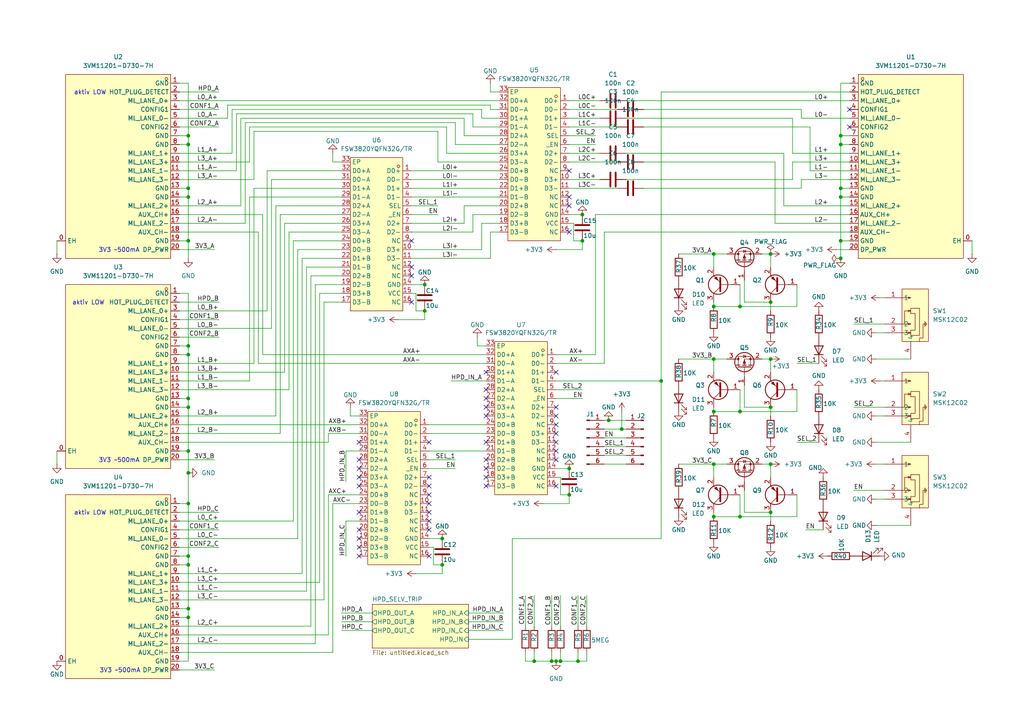
<source format=kicad_sch>
(kicad_sch (version 20250114) (generator "eeschema") (generator_version "9.0")
  (paper "A4")
  (text "aktiv LOW" (at 26.162 148.844 0) (effects (font (size 1.27 1.27))))
  (text "3V3 ~500mA" (at 34.544 72.644 0) (effects (font (size 1.27 1.27))))
  (text "aktiv LOW" (at 25.654 87.884 0) (effects (font (size 1.27 1.27))))
  (text "3V3 ~500mA" (at 34.544 133.604 0) (effects (font (size 1.27 1.27))))
  (text "aktiv LOW" (at 26.162 26.924 0) (effects (font (size 1.27 1.27))))
  (text "3V3 ~500mA" (at 34.798 194.564 0) (effects (font (size 1.27 1.27))))
  (junction (at 243.84 54.61))
  (junction (at 223.52 148.59))
  (junction (at 54.61 41.91))
  (junction (at 223.52 104.14))
  (junction (at 54.61 54.61))
  (junction (at 214.63 149.86))
  (junction (at 54.61 115.57))
  (junction (at 54.61 39.37))
  (junction (at 223.52 73.66))
  (junction (at 165.1 135.89))
  (junction (at 243.84 69.85))
  (junction (at 54.61 100.33))
  (junction (at 243.84 57.15))
  (junction (at 54.61 137.16))
  (junction (at 54.61 179.07))
  (junction (at 168.91 62.23))
  (junction (at 154.94 191.77))
  (junction (at 214.63 88.9))
  (junction (at 54.61 57.15))
  (junction (at 54.61 161.29))
  (junction (at 207.01 104.14))
  (junction (at 123.19 90.17))
  (junction (at 167.64 191.77))
  (junction (at 191.77 110.49))
  (junction (at 54.61 102.87))
  (junction (at 168.91 69.85))
  (junction (at 54.61 69.85))
  (junction (at 161.29 191.77))
  (junction (at 165.1 143.51))
  (junction (at 54.61 176.53))
  (junction (at 162.56 191.77))
  (junction (at 180.34 124.46))
  (junction (at 243.84 74.93))
  (junction (at 243.84 39.37))
  (junction (at 207.01 119.38))
  (junction (at 207.01 73.66))
  (junction (at 207.01 134.62))
  (junction (at 243.84 41.91))
  (junction (at 54.61 146.05))
  (junction (at 160.02 191.77))
  (junction (at 128.27 156.21))
  (junction (at 223.52 134.62))
  (junction (at 223.52 118.11))
  (junction (at 128.27 163.83))
  (junction (at 214.63 119.38))
  (junction (at 54.61 163.83))
  (junction (at 54.61 118.11))
  (junction (at 223.52 87.63))
  (junction (at 123.19 82.55))
  (junction (at 207.01 88.9))
  (junction (at 207.01 149.86))
  (junction (at 54.61 130.81))
  (junction (at 176.53 121.92))
  (no_connect (at 161.29 133.35))
  (no_connect (at 104.14 153.67))
  (no_connect (at 165.1 67.31))
  (no_connect (at 119.38 87.63))
  (no_connect (at 124.46 161.29))
  (no_connect (at 161.29 130.81))
  (no_connect (at 124.46 138.43))
  (no_connect (at 161.29 128.27))
  (no_connect (at 140.97 140.97))
  (no_connect (at 104.14 161.29))
  (no_connect (at 104.14 140.97))
  (no_connect (at 165.1 49.53))
  (no_connect (at 104.14 156.21))
  (no_connect (at 124.46 151.13))
  (no_connect (at 119.38 77.47))
  (no_connect (at 140.97 133.35))
  (no_connect (at 165.1 59.69))
  (no_connect (at 124.46 128.27))
  (no_connect (at 161.29 123.19))
  (no_connect (at 140.97 138.43))
  (no_connect (at 140.97 120.65))
  (no_connect (at 124.46 143.51))
  (no_connect (at 246.38 36.83))
  (no_connect (at 104.14 158.75))
  (no_connect (at 119.38 80.01))
  (no_connect (at 124.46 146.05))
  (no_connect (at 161.29 125.73))
  (no_connect (at 161.29 107.95))
  (no_connect (at 104.14 148.59))
  (no_connect (at 104.14 128.27))
  (no_connect (at 124.46 148.59))
  (no_connect (at 140.97 115.57))
  (no_connect (at 246.38 31.75))
  (no_connect (at 104.14 135.89))
  (no_connect (at 161.29 118.11))
  (no_connect (at 104.14 133.35))
  (no_connect (at 124.46 153.67))
  (no_connect (at 124.46 140.97))
  (no_connect (at 161.29 120.65))
  (no_connect (at 140.97 113.03))
  (no_connect (at 119.38 69.85))
  (no_connect (at 140.97 118.11))
  (no_connect (at 140.97 128.27))
  (no_connect (at 161.29 140.97))
  (no_connect (at 140.97 107.95))
  (no_connect (at 104.14 138.43))
  (no_connect (at 165.1 57.15))
  (no_connect (at 140.97 135.89))
  (wire (pts (xy 166.37 69.85) (xy 166.37 64.77)))
  (wire (pts (xy 220.98 73.66) (xy 223.52 73.66)))
  (wire (pts (xy 128.27 163.83) (xy 125.73 163.83)))
  (wire (pts (xy 139.7 34.29) (xy 144.78 34.29)))
  (wire (pts (xy 76.2 102.87) (xy 76.2 62.23)))
  (wire (pts (xy 129.54 36.83) (xy 72.39 36.83)))
  (wire (pts (xy 168.91 69.85) (xy 166.37 69.85)))
  (wire (pts (xy 52.07 72.39) (xy 62.23 72.39)))
  (wire (pts (xy 82.55 107.95) (xy 82.55 64.77)))
  (wire (pts (xy 134.62 39.37) (xy 144.78 39.37)))
  (wire (pts (xy 52.07 41.91) (xy 54.61 41.91)))
  (wire (pts (xy 100.33 139.7) (xy 100.33 130.81)))
  (wire (pts (xy 52.07 59.69) (xy 69.85 59.69)))
  (wire (pts (xy 142.24 26.67) (xy 142.24 24.13)))
  (wire (pts (xy 54.61 100.33) (xy 54.61 102.87)))
  (wire (pts (xy 160.02 191.77) (xy 161.29 191.77)))
  (wire (pts (xy 52.07 36.83) (xy 63.5 36.83)))
  (wire (pts (xy 161.29 191.77) (xy 162.56 191.77)))
  (wire (pts (xy 99.06 87.63) (xy 93.98 87.63)))
  (wire (pts (xy 124.46 123.19) (xy 140.97 123.19)))
  (wire (pts (xy 119.38 82.55) (xy 123.19 82.55)))
  (wire (pts (xy 186.69 36.83) (xy 234.95 36.83)))
  (wire (pts (xy 67.31 31.75) (xy 139.7 31.75)))
  (wire (pts (xy 165.1 46.99) (xy 179.07 46.99)))
  (wire (pts (xy 101.6 120.65) (xy 101.6 118.11)))
  (wire (pts (xy 154.94 189.23) (xy 154.94 191.77)))
  (wire (pts (xy 52.07 64.77) (xy 71.12 64.77)))
  (wire (pts (xy 232.41 34.29) (xy 246.38 34.29)))
  (wire (pts (xy 134.62 59.69) (xy 144.78 59.69)))
  (wire (pts (xy 52.07 151.13) (xy 85.09 151.13)))
  (wire (pts (xy 243.84 54.61) (xy 246.38 54.61)))
  (wire (pts (xy 72.39 57.15) (xy 99.06 57.15)))
  (wire (pts (xy 52.07 69.85) (xy 54.61 69.85)))
  (wire (pts (xy 100.33 130.81) (xy 104.14 130.81)))
  (wire (pts (xy 120.65 85.09) (xy 119.38 85.09)))
  (wire (pts (xy 72.39 110.49) (xy 72.39 57.15)))
  (wire (pts (xy 162.56 143.51) (xy 162.56 138.43)))
  (wire (pts (xy 243.84 57.15) (xy 243.84 69.85)))
  (wire (pts (xy 243.84 39.37) (xy 243.84 41.91)))
  (wire (pts (xy 142.24 74.93) (xy 142.24 67.31)))
  (wire (pts (xy 52.07 118.11) (xy 54.61 118.11)))
  (wire (pts (xy 207.01 104.14) (xy 210.82 104.14)))
  (wire (pts (xy 165.1 29.21) (xy 173.99 29.21)))
  (wire (pts (xy 52.07 176.53) (xy 54.61 176.53)))
  (wire (pts (xy 214.63 119.38) (xy 231.14 119.38)))
  (wire (pts (xy 52.07 168.91) (xy 92.71 168.91)))
  (wire (pts (xy 99.06 182.88) (xy 107.95 182.88)))
  (wire (pts (xy 243.84 69.85) (xy 246.38 69.85)))
  (wire (pts (xy 144.78 44.45) (xy 129.54 44.45)))
  (wire (pts (xy 138.43 100.33) (xy 138.43 97.79)))
  (wire (pts (xy 82.55 64.77) (xy 99.06 64.77)))
  (wire (pts (xy 73.66 54.61) (xy 99.06 54.61)))
  (wire (pts (xy 167.64 191.77) (xy 170.18 191.77)))
  (wire (pts (xy 52.07 130.81) (xy 54.61 130.81)))
  (wire (pts (xy 223.52 87.63) (xy 215.9 87.63)))
  (wire (pts (xy 92.71 168.91) (xy 92.71 85.09)))
  (wire (pts (xy 223.52 118.11) (xy 223.52 120.65)))
  (wire (pts (xy 52.07 52.07) (xy 73.66 52.07)))
  (wire (pts (xy 223.52 138.43) (xy 223.52 134.62)))
  (wire (pts (xy 139.7 64.77) (xy 144.78 64.77)))
  (wire (pts (xy 154.94 191.77) (xy 160.02 191.77)))
  (wire (pts (xy 96.52 146.05) (xy 104.14 146.05)))
  (wire (pts (xy 154.94 172.72) (xy 154.94 181.61)))
  (wire (pts (xy 144.78 36.83) (xy 137.16 36.83)))
  (wire (pts (xy 196.85 73.66) (xy 207.01 73.66)))
  (wire (pts (xy 165.1 34.29) (xy 173.99 34.29)))
  (wire (pts (xy 246.38 24.13) (xy 243.84 24.13)))
  (wire (pts (xy 243.84 24.13) (xy 243.84 39.37)))
  (wire (pts (xy 223.52 87.63) (xy 223.52 90.17)))
  (wire (pts (xy 124.46 130.81) (xy 140.97 130.81)))
  (wire (pts (xy 85.09 69.85) (xy 99.06 69.85)))
  (wire (pts (xy 120.65 90.17) (xy 120.65 85.09)))
  (wire (pts (xy 52.07 110.49) (xy 72.39 110.49)))
  (wire (pts (xy 52.07 24.13) (xy 54.61 24.13)))
  (wire (pts (xy 144.78 26.67) (xy 142.24 26.67)))
  (wire (pts (xy 52.07 166.37) (xy 87.63 166.37)))
  (wire (pts (xy 52.07 92.71) (xy 63.5 92.71)))
  (wire (pts (xy 52.07 123.19) (xy 104.14 123.19)))
  (wire (pts (xy 124.46 125.73) (xy 140.97 125.73)))
  (wire (pts (xy 54.61 161.29) (xy 54.61 163.83)))
  (wire (pts (xy 119.38 64.77) (xy 134.62 64.77)))
  (wire (pts (xy 223.52 148.59) (xy 215.9 148.59)))
  (wire (pts (xy 175.26 127) (xy 181.61 127)))
  (wire (pts (xy 52.07 100.33) (xy 54.61 100.33)))
  (wire (pts (xy 87.63 166.37) (xy 87.63 74.93)))
  (wire (pts (xy 52.07 29.21) (xy 144.78 29.21)))
  (wire (pts (xy 175.26 134.62) (xy 181.61 134.62)))
  (wire (pts (xy 132.08 35.56) (xy 71.12 35.56)))
  (wire (pts (xy 207.01 134.62) (xy 210.82 134.62)))
  (wire (pts (xy 152.4 172.72) (xy 152.4 181.61)))
  (wire (pts (xy 127 38.1) (xy 127 46.99)))
  (wire (pts (xy 95.25 143.51) (xy 104.14 143.51)))
  (wire (pts (xy 54.61 137.16) (xy 54.61 146.05)))
  (wire (pts (xy 52.07 115.57) (xy 54.61 115.57)))
  (wire (pts (xy 68.58 49.53) (xy 52.07 49.53)))
  (wire (pts (xy 160.02 189.23) (xy 160.02 191.77)))
  (wire (pts (xy 142.24 67.31) (xy 144.78 67.31)))
  (wire (pts (xy 54.61 57.15) (xy 54.61 69.85)))
  (wire (pts (xy 229.87 34.29) (xy 229.87 44.45)))
  (wire (pts (xy 223.52 118.11) (xy 215.9 118.11)))
  (wire (pts (xy 152.4 189.23) (xy 152.4 191.77)))
  (wire (pts (xy 214.63 113.03) (xy 214.63 119.38)))
  (wire (pts (xy 168.91 115.57) (xy 161.29 115.57)))
  (wire (pts (xy 207.01 88.9) (xy 207.01 87.63)))
  (wire (pts (xy 130.81 110.49) (xy 140.97 110.49)))
  (wire (pts (xy 229.87 44.45) (xy 246.38 44.45)))
  (wire (pts (xy 167.64 189.23) (xy 167.64 191.77)))
  (wire (pts (xy 214.63 82.55) (xy 214.63 88.9)))
  (wire (pts (xy 180.34 124.46) (xy 181.61 124.46)))
  (wire (pts (xy 234.95 36.83) (xy 234.95 49.53)))
  (wire (pts (xy 124.46 156.21) (xy 128.27 156.21)))
  (wire (pts (xy 224.79 64.77) (xy 224.79 46.99)))
  (wire (pts (xy 66.04 34.29) (xy 66.04 30.48)))
  (wire (pts (xy 93.98 173.99) (xy 52.07 173.99)))
  (wire (pts (xy 52.07 67.31) (xy 74.93 67.31)))
  (wire (pts (xy 247.65 142.24) (xy 256.54 142.24)))
  (wire (pts (xy 139.7 72.39) (xy 139.7 64.77)))
  (wire (pts (xy 119.38 52.07) (xy 144.78 52.07)))
  (wire (pts (xy 181.61 52.07) (xy 229.87 52.07)))
  (wire (pts (xy 165.1 44.45) (xy 173.99 44.45)))
  (wire (pts (xy 232.41 31.75) (xy 232.41 34.29)))
  (wire (pts (xy 170.18 191.77) (xy 170.18 189.23)))
  (wire (pts (xy 214.63 149.86) (xy 231.14 149.86)))
  (wire (pts (xy 120.65 166.37) (xy 128.27 166.37)))
  (wire (pts (xy 157.48 146.05) (xy 165.1 146.05)))
  (wire (pts (xy 54.61 130.81) (xy 54.61 137.16)))
  (wire (pts (xy 80.01 120.65) (xy 80.01 59.69)))
  (wire (pts (xy 52.07 194.31) (xy 62.23 194.31)))
  (wire (pts (xy 86.36 72.39) (xy 86.36 156.21)))
  (wire (pts (xy 181.61 34.29) (xy 229.87 34.29)))
  (wire (pts (xy 181.61 29.21) (xy 246.38 29.21)))
  (wire (pts (xy 243.84 41.91) (xy 246.38 41.91)))
  (wire (pts (xy 72.39 46.99) (xy 52.07 46.99)))
  (wire (pts (xy 168.91 113.03) (xy 161.29 113.03)))
  (wire (pts (xy 119.38 54.61) (xy 144.78 54.61)))
  (wire (pts (xy 246.38 26.67) (xy 191.77 26.67)))
  (wire (pts (xy 231.14 143.51) (xy 231.14 149.86)))
  (wire (pts (xy 95.25 184.15) (xy 95.25 143.51)))
  (wire (pts (xy 207.01 77.47) (xy 207.01 73.66)))
  (wire (pts (xy 90.17 181.61) (xy 90.17 80.01)))
  (wire (pts (xy 207.01 138.43) (xy 207.01 134.62)))
  (wire (pts (xy 170.18 172.72) (xy 170.18 181.61)))
  (wire (pts (xy 140.97 102.87) (xy 76.2 102.87)))
  (wire (pts (xy 73.66 52.07) (xy 73.66 38.1)))
  (wire (pts (xy 52.07 158.75) (xy 63.5 158.75)))
  (wire (pts (xy 132.08 41.91) (xy 132.08 35.56)))
  (wire (pts (xy 54.61 115.57) (xy 54.61 118.11)))
  (wire (pts (xy 52.07 105.41) (xy 73.66 105.41)))
  (wire (pts (xy 83.82 113.03) (xy 83.82 67.31)))
  (wire (pts (xy 186.69 54.61) (xy 232.41 54.61)))
  (wire (pts (xy 52.07 189.23) (xy 96.52 189.23)))
  (wire (pts (xy 140.97 100.33) (xy 138.43 100.33)))
  (wire (pts (xy 119.38 74.93) (xy 142.24 74.93)))
  (wire (pts (xy 85.09 151.13) (xy 85.09 69.85)))
  (wire (pts (xy 54.61 69.85) (xy 54.61 74.93)))
  (wire (pts (xy 52.07 191.77) (xy 54.61 191.77)))
  (wire (pts (xy 124.46 133.35) (xy 132.08 133.35)))
  (wire (pts (xy 99.06 177.8) (xy 107.95 177.8)))
  (wire (pts (xy 233.68 153.67) (xy 238.76 153.67)))
  (wire (pts (xy 144.78 41.91) (xy 132.08 41.91)))
  (wire (pts (xy 246.38 62.23) (xy 172.72 62.23)))
  (wire (pts (xy 52.07 90.17) (xy 77.47 90.17)))
  (wire (pts (xy 129.54 44.45) (xy 129.54 36.83)))
  (wire (pts (xy 127 46.99) (xy 144.78 46.99)))
  (wire (pts (xy 254 104.14) (xy 264.16 104.14)))
  (wire (pts (xy 54.61 176.53) (xy 54.61 179.07)))
  (wire (pts (xy 66.04 30.48) (xy 142.24 30.48)))
  (wire (pts (xy 243.84 54.61) (xy 243.84 57.15)))
  (wire (pts (xy 54.61 163.83) (xy 54.61 176.53)))
  (wire (pts (xy 71.12 35.56) (xy 71.12 64.77)))
  (wire (pts (xy 52.07 97.79) (xy 63.5 97.79)))
  (wire (pts (xy 162.56 138.43) (xy 161.29 138.43)))
  (wire (pts (xy 231.14 82.55) (xy 231.14 88.9)))
  (wire (pts (xy 281.94 73.66) (xy 281.94 69.85)))
  (wire (pts (xy 215.9 87.63) (xy 215.9 81.28)))
  (wire (pts (xy 87.63 74.93) (xy 99.06 74.93)))
  (wire (pts (xy 172.72 39.37) (xy 165.1 39.37)))
  (wire (pts (xy 231.14 113.03) (xy 231.14 119.38)))
  (wire (pts (xy 95.25 128.27) (xy 95.25 125.73)))
  (wire (pts (xy 148.59 156.21) (xy 191.77 156.21)))
  (wire (pts (xy 91.44 82.55) (xy 91.44 186.69)))
  (wire (pts (xy 254 128.27) (xy 264.16 128.27)))
  (wire (pts (xy 152.4 191.77) (xy 154.94 191.77)))
  (wire (pts (xy 92.71 85.09) (xy 99.06 85.09)))
  (wire (pts (xy 165.1 36.83) (xy 179.07 36.83)))
  (wire (pts (xy 52.07 120.65) (xy 80.01 120.65)))
  (wire (pts (xy 175.26 105.41) (xy 175.26 67.31)))
  (wire (pts (xy 207.01 107.95) (xy 207.01 104.14)))
  (wire (pts (xy 96.52 189.23) (xy 96.52 146.05)))
  (wire (pts (xy 52.07 184.15) (xy 95.25 184.15)))
  (wire (pts (xy 67.31 31.75) (xy 67.31 44.45)))
  (wire (pts (xy 72.39 36.83) (xy 72.39 46.99)))
  (wire (pts (xy 52.07 34.29) (xy 66.04 34.29)))
  (wire (pts (xy 86.36 156.21) (xy 52.07 156.21)))
  (wire (pts (xy 77.47 90.17) (xy 77.47 49.53)))
  (wire (pts (xy 135.89 185.42) (xy 148.59 185.42)))
  (wire (pts (xy 255.27 86.36) (xy 256.54 86.36)))
  (wire (pts (xy 175.26 129.54) (xy 181.61 129.54)))
  (wire (pts (xy 234.95 49.53) (xy 246.38 49.53)))
  (wire (pts (xy 127 62.23) (xy 119.38 62.23)))
  (wire (pts (xy 186.69 46.99) (xy 224.79 46.99)))
  (wire (pts (xy 125.73 163.83) (xy 125.73 158.75)))
  (wire (pts (xy 104.14 151.13) (xy 100.33 151.13)))
  (wire (pts (xy 95.25 125.73) (xy 104.14 125.73)))
  (wire (pts (xy 254 120.65) (xy 256.54 120.65)))
  (wire (pts (xy 207.01 119.38) (xy 207.01 118.11)))
  (wire (pts (xy 165.1 54.61) (xy 179.07 54.61)))
  (wire (pts (xy 214.63 88.9) (xy 231.14 88.9)))
  (wire (pts (xy 52.07 161.29) (xy 54.61 161.29)))
  (wire (pts (xy 52.07 87.63) (xy 63.5 87.63)))
  (wire (pts (xy 78.74 95.25) (xy 78.74 52.07)))
  (wire (pts (xy 93.98 87.63) (xy 93.98 173.99)))
  (wire (pts (xy 134.62 34.29) (xy 134.62 39.37)))
  (wire (pts (xy 254 96.52) (xy 256.54 96.52)))
  (wire (pts (xy 52.07 26.67) (xy 63.5 26.67)))
  (wire (pts (xy 137.16 67.31) (xy 137.16 62.23)))
  (wire (pts (xy 76.2 62.23) (xy 52.07 62.23)))
  (wire (pts (xy 162.56 191.77) (xy 167.64 191.77)))
  (wire (pts (xy 119.38 59.69) (xy 127 59.69)))
  (wire (pts (xy 232.41 52.07) (xy 246.38 52.07)))
  (wire (pts (xy 96.52 46.99) (xy 96.52 44.45)))
  (wire (pts (xy 214.63 143.51) (xy 214.63 149.86)))
  (wire (pts (xy 119.38 72.39) (xy 139.7 72.39)))
  (wire (pts (xy 242.57 72.39) (xy 246.38 72.39)))
  (wire (pts (xy 54.61 54.61) (xy 54.61 57.15)))
  (wire (pts (xy 100.33 151.13) (xy 100.33 161.29)))
  (wire (pts (xy 172.72 41.91) (xy 165.1 41.91)))
  (wire (pts (xy 52.07 54.61) (xy 54.61 54.61)))
  (wire (pts (xy 54.61 41.91) (xy 54.61 54.61)))
  (wire (pts (xy 165.1 52.07) (xy 173.99 52.07)))
  (wire (pts (xy 52.07 102.87) (xy 54.61 102.87)))
  (wire (pts (xy 134.62 64.77) (xy 134.62 59.69)))
  (wire (pts (xy 166.37 64.77) (xy 165.1 64.77)))
  (wire (pts (xy 223.52 148.59) (xy 223.52 151.13)))
  (wire (pts (xy 207.01 119.38) (xy 214.63 119.38)))
  (wire (pts (xy 54.61 118.11) (xy 54.61 130.81)))
  (wire (pts (xy 243.84 69.85) (xy 243.84 74.93)))
  (wire (pts (xy 99.06 77.47) (xy 88.9 77.47)))
  (wire (pts (xy 175.26 132.08) (xy 181.61 132.08)))
  (wire (pts (xy 52.07 95.25) (xy 78.74 95.25)))
  (wire (pts (xy 162.56 172.72) (xy 162.56 181.61)))
  (wire (pts (xy 255.27 110.49) (xy 256.54 110.49)))
  (wire (pts (xy 115.57 92.71) (xy 123.19 92.71)))
  (wire (pts (xy 232.41 54.61) (xy 232.41 52.07)))
  (wire (pts (xy 137.16 33.02) (xy 68.58 33.02)))
  (wire (pts (xy 52.07 31.75) (xy 63.5 31.75)))
  (wire (pts (xy 231.14 128.27) (xy 237.49 128.27)))
  (wire (pts (xy 52.07 44.45) (xy 67.31 44.45)))
  (wire (pts (xy 68.58 33.02) (xy 68.58 49.53)))
  (wire (pts (xy 229.87 46.99) (xy 246.38 46.99)))
  (wire (pts (xy 246.38 57.15) (xy 243.84 57.15)))
  (wire (pts (xy 123.19 90.17) (xy 120.65 90.17)))
  (wire (pts (xy 52.07 125.73) (xy 81.28 125.73)))
  (wire (pts (xy 142.24 30.48) (xy 142.24 31.75)))
  (wire (pts (xy 165.1 62.23) (xy 168.91 62.23)))
  (wire (pts (xy 207.01 149.86) (xy 214.63 149.86)))
  (wire (pts (xy 135.89 180.34) (xy 146.05 180.34)))
  (wire (pts (xy 91.44 186.69) (xy 52.07 186.69)))
  (wire (pts (xy 125.73 158.75) (xy 124.46 158.75)))
  (wire (pts (xy 52.07 153.67) (xy 63.5 153.67)))
  (wire (pts (xy 52.07 179.07) (xy 54.61 179.07)))
  (wire (pts (xy 74.93 67.31) (xy 74.93 105.41)))
  (wire (pts (xy 128.27 166.37) (xy 128.27 163.83)))
  (wire (pts (xy 52.07 163.83) (xy 54.61 163.83)))
  (wire (pts (xy 73.66 38.1) (xy 127 38.1)))
  (wire (pts (xy 16.51 73.66) (xy 16.51 69.85)))
  (wire (pts (xy 119.38 67.31) (xy 137.16 67.31)))
  (wire (pts (xy 165.1 143.51) (xy 162.56 143.51)))
  (wire (pts (xy 172.72 62.23) (xy 172.72 102.87)))
  (wire (pts (xy 231.14 105.41) (xy 237.49 105.41)))
  (wire (pts (xy 54.61 179.07) (xy 54.61 191.77)))
  (wire (pts (xy 137.16 62.23) (xy 144.78 62.23)))
  (wire (pts (xy 207.01 73.66) (xy 210.82 73.66)))
  (wire (pts (xy 161.29 105.41) (xy 175.26 105.41)))
  (wire (pts (xy 74.93 105.41) (xy 140.97 105.41)))
  (wire (pts (xy 90.17 80.01) (xy 99.06 80.01)))
  (wire (pts (xy 135.89 182.88) (xy 146.05 182.88)))
  (wire (pts (xy 229.87 52.07) (xy 229.87 46.99)))
  (wire (pts (xy 186.69 31.75) (xy 232.41 31.75)))
  (wire (pts (xy 168.91 72.39) (xy 168.91 69.85)))
  (wire (pts (xy 175.26 121.92) (xy 176.53 121.92)))
  (wire (pts (xy 144.78 31.75) (xy 142.24 31.75)))
  (wire (pts (xy 191.77 26.67) (xy 191.77 110.49)))
  (wire (pts (xy 165.1 146.05) (xy 165.1 143.51)))
  (wire (pts (xy 254 134.62) (xy 256.54 134.62)))
  (wire (pts (xy 162.56 189.23) (xy 162.56 191.77)))
  (wire (pts (xy 175.26 67.31) (xy 246.38 67.31)))
  (wire (pts (xy 88.9 171.45) (xy 52.07 171.45)))
  (wire (pts (xy 54.61 85.09) (xy 54.61 100.33)))
  (wire (pts (xy 191.77 110.49) (xy 161.29 110.49)))
  (wire (pts (xy 54.61 24.13) (xy 54.61 39.37)))
  (wire (pts (xy 52.07 128.27) (xy 95.25 128.27)))
  (wire (pts (xy 191.77 156.21) (xy 191.77 110.49)))
  (wire (pts (xy 99.06 72.39) (xy 86.36 72.39)))
  (wire (pts (xy 52.07 146.05) (xy 54.61 146.05)))
  (wire (pts (xy 16.51 134.62) (xy 16.51 130.81)))
  (wire (pts (xy 77.47 49.53) (xy 99.06 49.53)))
  (wire (pts (xy 99.06 82.55) (xy 91.44 82.55)))
  (wire (pts (xy 54.61 146.05) (xy 54.61 161.29)))
  (wire (pts (xy 135.89 177.8) (xy 146.05 177.8)))
  (wire (pts (xy 223.52 107.95) (xy 223.52 104.14)))
  (wire (pts (xy 119.38 49.53) (xy 144.78 49.53)))
  (wire (pts (xy 167.64 172.72) (xy 167.64 181.61)))
  (wire (pts (xy 215.9 118.11) (xy 215.9 111.76)))
  (wire (pts (xy 247.65 118.11) (xy 256.54 118.11)))
  (wire (pts (xy 69.85 34.29) (xy 134.62 34.29)))
  (wire (pts (xy 54.61 102.87) (xy 54.61 115.57)))
  (wire (pts (xy 196.85 104.14) (xy 207.01 104.14)))
  (wire (pts (xy 52.07 113.03) (xy 83.82 113.03)))
  (wire (pts (xy 223.52 77.47) (xy 223.52 73.66)))
  (wire (pts (xy 243.84 41.91) (xy 243.84 54.61)))
  (wire (pts (xy 78.74 52.07) (xy 99.06 52.07)))
  (wire (pts (xy 104.14 120.65) (xy 101.6 120.65)))
  (wire (pts (xy 181.61 44.45) (xy 227.33 44.45)))
  (wire (pts (xy 80.01 59.69) (xy 99.06 59.69)))
  (wire (pts (xy 139.7 31.75) (xy 139.7 34.29)))
  (wire (pts (xy 119.38 57.15) (xy 144.78 57.15)))
  (wire (pts (xy 99.06 46.99) (xy 96.52 46.99)))
  (wire (pts (xy 161.29 102.87) (xy 172.72 102.87)))
  (wire (pts (xy 148.59 185.42) (xy 148.59 156.21)))
  (wire (pts (xy 227.33 59.69) (xy 246.38 59.69)))
  (wire (pts (xy 52.07 133.35) (xy 62.23 133.35)))
  (wire (pts (xy 123.19 92.71) (xy 123.19 90.17)))
  (wire (pts (xy 180.34 119.38) (xy 180.34 124.46)))
  (wire (pts (xy 246.38 64.77) (xy 224.79 64.77)))
  (wire (pts (xy 254 152.4) (xy 264.16 152.4)))
  (wire (pts (xy 220.98 104.14) (xy 223.52 104.14)))
  (wire (pts (xy 73.66 105.41) (xy 73.66 54.61)))
  (wire (pts (xy 207.01 149.86) (xy 207.01 148.59)))
  (wire (pts (xy 52.07 85.09) (xy 54.61 85.09)))
  (wire (pts (xy 83.82 67.31) (xy 99.06 67.31)))
  (wire (pts (xy 176.53 121.92) (xy 181.61 121.92)))
  (wire (pts (xy 69.85 34.29) (xy 69.85 59.69)))
  (wire (pts (xy 137.16 36.83) (xy 137.16 33.02)))
  (wire (pts (xy 175.26 124.46) (xy 180.34 124.46)))
  (wire (pts (xy 132.08 135.89) (xy 124.46 135.89)))
  (wire (pts (xy 81.28 62.23) (xy 81.28 125.73)))
  (wire (pts (xy 227.33 44.45) (xy 227.33 59.69)))
  (wire (pts (xy 220.98 134.62) (xy 223.52 134.62)))
  (wire (pts (xy 52.07 148.59) (xy 63.5 148.59)))
  (wire (pts (xy 207.01 88.9) (xy 214.63 88.9)))
  (wire (pts (xy 52.07 57.15) (xy 54.61 57.15)))
  (wire (pts (xy 254 144.78) (xy 256.54 144.78)))
  (wire (pts (xy 196.85 134.62) (xy 207.01 134.62)))
  (wire (pts (xy 247.65 93.98) (xy 256.54 93.98)))
  (wire (pts (xy 160.02 172.72) (xy 160.02 181.61)))
  (wire (pts (xy 52.07 107.95) (xy 82.55 107.95)))
  (wire (pts (xy 52.07 181.61) (xy 90.17 181.61)))
  (wire (pts (xy 52.07 39.37) (xy 54.61 39.37)))
  (wire (pts (xy 88.9 77.47) (xy 88.9 171.45)))
  (wire (pts (xy 161.29 72.39) (xy 168.91 72.39)))
  (wire (pts (xy 165.1 31.75) (xy 179.07 31.75)))
  (wire (pts (xy 99.06 180.34) (xy 107.95 180.34)))
  (wire (pts (xy 243.84 39.37) (xy 246.38 39.37)))
  (wire (pts (xy 161.29 135.89) (xy 165.1 135.89)))
  (wire (pts (xy 54.61 39.37) (xy 54.61 41.91)))
  (wire (pts (xy 215.9 148.59) (xy 215.9 142.24)))
  (wire (pts (xy 99.06 62.23) (xy 81.28 62.23)))
  (label "CONF2_B" (at 63.5 97.79 180))
  (label "L2_B+" (at 57.15 120.65 0))
  (label "CONF1_B" (at 63.5 92.71 180))
  (label "L1-" (at 236.22 49.53 0))
  (label "EN" (at 132.08 135.89 180))
  (label "AXB+" (at 95.25 123.19 0))
  (label "AX+" (at 165.1 102.87 0))
  (label "L3C-" (at 167.64 54.61 0))
  (label "3V3_C" (at 200.66 134.62 0))
  (label "SEL_1" (at 175.26 129.54 0))
  (label "L1I-" (at 128.27 57.15 0))
  (label "L3I+" (at 128.27 72.39 0))
  (label "AXC+" (at 95.25 143.51 0))
  (label "HPD_A" (at 99.06 177.8 0))
  (label "L1_B+" (at 57.15 105.41 0))
  (label "L3_C+" (at 57.15 168.91 0))
  (label "SEL_2" (at 175.26 132.08 0))
  (label "L3_A-" (at 57.15 52.07 0))
  (label "L3_C-" (at 57.15 173.99 0))
  (label "CONF2_A" (at 63.5 36.83 180))
  (label "L0C+" (at 167.64 29.21 0))
  (label "L2_A+" (at 57.15 59.69 0))
  (label "EN" (at 175.26 127 0))
  (label "EN" (at 247.65 142.24 0))
  (label "L0_B-" (at 57.15 95.25 0))
  (label "L0_C+" (at 57.15 151.13 0))
  (label "L0_A+" (at 57.15 29.21 0))
  (label "L2_C+" (at 57.15 181.61 0))
  (label "HPD_IN_B" (at 146.05 180.34 180))
  (label "SEL_2" (at 168.91 113.03 180))
  (label "SEL_2" (at 231.14 128.27 0))
  (label "L1_A-" (at 57.15 49.53 0))
  (label "SEL_2" (at 172.72 39.37 180))
  (label "L2I+" (at 128.27 64.77 0))
  (label "SEL_1" (at 127 59.69 180))
  (label "HPD_B" (at 99.06 180.34 0))
  (label "L0I-" (at 128.27 52.07 0))
  (label "HPD_IN_C" (at 100.33 161.29 90))
  (label "CONF1_A" (at 152.4 172.72 270))
  (label "L1_B-" (at 57.15 110.49 0))
  (label "L0C-" (at 167.64 31.75 0))
  (label "SEL_1" (at 247.65 93.98 0))
  (label "CONF2_C" (at 63.5 158.75 180))
  (label "CONF2_B" (at 162.56 172.72 270))
  (label "HPD_IN_B" (at 100.33 139.7 90))
  (label "AXC-" (at 96.52 146.05 0))
  (label "L1C-" (at 167.64 36.83 0))
  (label "L1_A+" (at 57.15 44.45 0))
  (label "L3_B+" (at 57.15 107.95 0))
  (label "HPD_A" (at 63.5 26.67 180))
  (label "L3C+" (at 167.64 52.07 0))
  (label "SEL_1" (at 132.08 133.35 180))
  (label "L3_A+" (at 57.15 46.99 0))
  (label "AXB-" (at 95.25 125.73 0))
  (label "HPD_C" (at 63.5 148.59 180))
  (label "3V3_B" (at 62.23 133.35 180))
  (label "L2C-" (at 167.64 46.99 0))
  (label "CONF1_B" (at 160.02 172.72 270))
  (label "CONF2_A" (at 154.94 172.72 270))
  (label "L0I+" (at 128.27 49.53 0))
  (label "HPD_C" (at 99.06 182.88 0))
  (label "L2C+" (at 167.64 44.45 0))
  (label "L0_B+" (at 57.15 90.17 0))
  (label "L2-" (at 236.22 64.77 0))
  (label "L0_A-" (at 57.15 34.29 0))
  (label "EN" (at 127 62.23 180))
  (label "L1_C-" (at 57.15 171.45 0))
  (label "HPD_IN_A" (at 146.05 177.8 180))
  (label "HPD_IN_C" (at 146.05 182.88 180))
  (label "SEL_1" (at 231.14 105.41 0))
  (label "AXA+" (at 116.84 102.87 0))
  (label "L1_C+" (at 57.15 166.37 0))
  (label "3V3_B" (at 200.66 104.14 0))
  (label "CONF1_A" (at 63.5 31.75 180))
  (label "3V3_C" (at 62.23 194.31 180))
  (label "L3+" (at 236.22 46.99 0))
  (label "3V3_A" (at 200.66 73.66 0))
  (label "L1C+" (at 167.64 34.29 0))
  (label "L3I-" (at 128.27 74.93 0))
  (label "L0-" (at 236.22 34.29 0))
  (label "L2+" (at 236.22 59.69 0))
  (label "L0_C-" (at 57.15 156.21 0))
  (label "EN" (at 168.91 115.57 180))
  (label "AXA-" (at 116.84 105.41 0))
  (label "L3_B-" (at 57.15 113.03 0))
  (label "CONF1_C" (at 63.5 153.67 180))
  (label "L3-" (at 236.22 52.07 0))
  (label "AX-" (at 165.1 105.41 0))
  (label "L2_A-" (at 57.15 64.77 0))
  (label "L1I+" (at 128.27 54.61 0))
  (label "HPD_IN_A" (at 130.81 110.49 0))
  (label "HPD_B" (at 63.5 87.63 180))
  (label "CONF1_C" (at 167.64 172.72 270))
  (label "L1+" (at 236.22 44.45 0))
  (label "EN" (at 172.72 41.91 180))
  (label "EN" (at 233.68 153.67 0))
  (label "L2I-" (at 128.27 67.31 0))
  (label "3V3_A" (at 62.23 72.39 180))
  (label "CONF2_C" (at 170.18 172.72 270))
  (label "L2_C-" (at 57.15 186.69 0))
  (label "L0+" (at 236.22 29.21 0))
  (label "L2_B-" (at 57.15 125.73 0))
  (label "SEL_2" (at 247.65 118.11 0))
  (symbol (lib_id "Device:C") (at 177.8 52.07 90) (unit 1)
    (property "Reference" "C6" (at 177.8 44.45 90))
    (property "Value" "100n" (at 177.8 46.99 90))
    (property "Footprint" "Capacitor_SMD:C_0402_1005Metric" (effects (hide yes)))
    (property "Description" "Unpolarized capacitor" (effects (hide yes)))
    (property "LCSC" "C344189" (effects (hide yes)))
    (property "LCSC Part" "C344189" (effects (hide yes)))
  )
  (symbol (lib_id "Transistor_FET:Q_PMOS_GSD") (at 215.9 106.68 90) (unit 1)
    (property "Reference" "Q5" (at 215.9 100.838 90))
    (property "Value" "Q_PMOS_GSD" (effects (hide yes)))
    (property "Footprint" "Package_TO_SOT_SMD:SOT-23" (effects (hide yes)))
    (property "Description" "P-MOSFET transistor, gate/source/drain" (effects (hide yes)))
    (property "LCSC" "C41384537" (effects (hide yes)))
    (property "LCSC Part" "C41384537" (effects (hide yes)))
  )
  (symbol (lib_id "power:PWR_FLAG") (at 223.52 73.66 0) (unit 1)
    (property "Reference" "#FLG01" (effects (hide yes)))
    (property "Value" "PWR_FLAG" (at 223.52 70.104 0))
    (property "Description" "Special symbol for telling ERC where power comes from" (effects (hide yes)))
  )
  (symbol (lib_id "power:GND") (at 254 104.14 270) (unit 1)
    (property "Reference" "#PWR037" (effects (hide yes)))
    (property "Value" "GND" (at 249.174 104.14 90))
    (property "Description" "Power symbol creates a global label with name \"GND\" , ground" (effects (hide yes)))
  )
  (symbol (lib_id "power:GND") (at 238.76 138.43 180) (unit 1)
    (property "Reference" "#PWR057" (effects (hide yes)))
    (property "Value" "GND" (at 236.474 135.636 0))
    (property "Description" "Power symbol creates a global label with name \"GND\" , ground" (effects (hide yes)))
  )
  (symbol (lib_id "Device:R") (at 223.52 154.94 0) (unit 1)
    (property "Reference" "R12" (at 223.52 156.972 90) (effects (justify left)))
    (property "Value" "10K" (at 224.79 155.194 0) (effects (justify left)))
    (property "Footprint" "Resistor_SMD:R_0402_1005Metric" (effects (hide yes)))
    (property "Description" "Resistor" (effects (hide yes)))
    (property "LCSC" "C102759" (effects (hide yes)))
    (property "LCSC Part" "C102759" (effects (hide yes)))
  )
  (symbol (lib_id "power:GND") (at 243.84 74.93 0) (unit 1)
    (property "Reference" "#PWR01" (effects (hide yes)))
    (property "Value" "GND" (at 243.84 80.01 0))
    (property "Description" "Power symbol creates a global label with name \"GND\" , ground" (effects (hide yes)))
  )
  (symbol (lib_id "power:GND") (at 255.27 161.29 90) (unit 1)
    (property "Reference" "#PWR061" (effects (hide yes)))
    (property "Value" "GND" (at 260.604 161.036 90))
    (property "Description" "Power symbol creates a global label with name \"GND\" , ground" (effects (hide yes)))
  )
  (symbol (lib_id "Transistor_BJT:Q_PNP_BEC") (at 226.06 143.51 180) (unit 1)
    (property "Reference" "Q9" (at 220.98 142.2399 0) (effects (justify left)))
    (property "Value" "Q_PNP_BEC" (effects (hide yes)))
    (property "Footprint" "easyeda2kicad:SOT-23-3_L2.9-W1.3-P1.90-LS2.4-BR" (effects (hide yes)))
    (property "Description" "PNP transistor, base/emitter/collector" (effects (hide yes)))
    (property "LCSC" "C2891805" (effects (hide yes)))
    (property "LCSC Part" "C2891805" (effects (hide yes)))
  )
  (symbol (lib_id "power:GND") (at 54.61 74.93 0) (unit 1)
    (property "Reference" "#PWR06" (effects (hide yes)))
    (property "Value" "GND" (at 54.61 80.01 0))
    (property "Description" "Power symbol creates a global label with name \"GND\" , ground" (effects (hide yes)))
  )
  (symbol (lib_id "Device:C") (at 177.8 34.29 90) (unit 1)
    (property "Reference" "C3" (at 177.8 26.67 90))
    (property "Value" "100n" (at 177.8 29.21 90))
    (property "Footprint" "Capacitor_SMD:C_0402_1005Metric" (effects (hide yes)))
    (property "Description" "Unpolarized capacitor" (effects (hide yes)))
    (property "LCSC" "C344189" (effects (hide yes)))
    (property "LCSC Part" "C344189" (effects (hide yes)))
  )
  (symbol (lib_id "Device:LED") (at 238.76 149.86 90) (unit 1)
    (property "Reference" "D9" (at 242.57 150.1774 90) (effects (justify right)))
    (property "Value" "LED" (at 242.57 152.7174 90) (effects (justify right)))
    (property "Footprint" "LED_SMD:LED_0603_1608Metric" (effects (hide yes)))
    (property "Description" "Light emitting diode" (effects (hide yes)))
    (property "Sim.Pins" "1=K 2=A" (effects (hide yes)))
    (property "LCSC" "C7496819" (effects (hide yes)))
    (property "LCSC Part" "C7496819" (effects (hide yes)))
  )
  (symbol (lib_id "power:GND") (at 138.43 97.79 180) (unit 1)
    (property "Reference" "#PWR033" (effects (hide yes)))
    (property "Value" "GND" (at 138.43 94.234 0))
    (property "Description" "Power symbol creates a global label with name \"GND\" , ground" (effects (hide yes)))
  )
  (symbol (lib_id "power:+3V3") (at 161.29 72.39 90) (unit 1)
    (property "Reference" "#PWR044" (effects (hide yes)))
    (property "Value" "+3V3" (at 157.48 72.3899 90) (effects (justify left)))
    (property "Description" "Power symbol creates a global label with name \"+3V3\"" (effects (hide yes)))
  )
  (symbol (lib_id "power:+3V3") (at 115.57 92.71 90) (unit 1)
    (property "Reference" "#PWR045" (effects (hide yes)))
    (property "Value" "+3V3" (at 111.76 92.7099 90) (effects (justify left)))
    (property "Description" "Power symbol creates a global label with name \"+3V3\"" (effects (hide yes)))
  )
  (symbol (lib_id "Device:R") (at 152.4 185.42 0) (unit 1)
    (property "Reference" "R1" (at 152.4 185.928 90) (effects (justify left)))
    (property "Value" "5MEG" (effects (hide yes)))
    (property "Footprint" "Resistor_SMD:R_0402_1005Metric" (effects (hide yes)))
    (property "Description" "Resistor" (effects (hide yes)))
    (property "LCSC" "C3017614" (effects (hide yes)))
    (property "LCSC Part" "C3017614" (effects (hide yes)))
  )
  (symbol (lib_id "Device:R") (at 223.52 124.46 0) (unit 1)
    (property "Reference" "R10" (at 223.52 126.238 90) (effects (justify left)))
    (property "Value" "10K" (at 224.79 124.714 0) (effects (justify left)))
    (property "Footprint" "Resistor_SMD:R_0402_1005Metric" (effects (hide yes)))
    (property "Description" "Resistor" (effects (hide yes)))
    (property "LCSC" "C102759" (effects (hide yes)))
    (property "LCSC Part" "C102759" (effects (hide yes)))
  )
  (symbol (lib_id "EASYEDA:3VM11201-D730-7H") (at 264.16 48.26 0) (unit 1)
    (property "Reference" "U1" (at 264.16 16.51 0))
    (property "Value" "3VM11201-D730-7H" (at 264.16 19.05 0))
    (property "Footprint" "easyeda2kicad:CONN-SMD_3VM11201-D730-7H" (effects (hide yes)))
    (property "Datasheet" "https://www.lcsc.com/datasheet/C2895506.pdf" (effects (hide yes)))
    (property "LCSC Part" "C2895506" (effects (hide yes)))
    (property "LCSC" "C2895506" (effects (hide yes)))
  )
  (symbol (lib_id "power:GND") (at 223.52 128.27 0) (unit 1)
    (property "Reference" "#PWR014" (effects (hide yes)))
    (property "Value" "GND" (at 223.52 132.08 0))
    (property "Description" "Power symbol creates a global label with name \"GND\" , ground" (effects (hide yes)))
  )
  (symbol (lib_id "power:GND") (at 281.94 73.66 0) (unit 1)
    (property "Reference" "#PWR043" (effects (hide yes)))
    (property "Value" "GND" (at 281.94 78.74 0))
    (property "Description" "Power symbol creates a global label with name \"GND\" , ground" (effects (hide yes)))
  )
  (symbol (lib_id "EASYEDA:3VM11201-D730-7H") (at 34.29 170.18 0) (mirror y) (unit 1)
    (property "Reference" "U4" (at 34.29 138.43 0))
    (property "Value" "3VM11201-D730-7H" (at 34.29 140.97 0))
    (property "Footprint" "easyeda2kicad:CONN-SMD_3VM11201-D730-7H" (effects (hide yes)))
    (property "Datasheet" "https://www.lcsc.com/datasheet/C2895506.pdf" (effects (hide yes)))
    (property "LCSC Part" "C2895506" (effects (hide yes)))
    (property "LCSC" "C2895506" (effects (hide yes)))
  )
  (symbol (lib_id "power:GND") (at 196.85 149.86 0) (unit 1)
    (property "Reference" "#PWR060" (effects (hide yes)))
    (property "Value" "GND" (at 196.85 153.67 0))
    (property "Description" "Power symbol creates a global label with name \"GND\" , ground" (effects (hide yes)))
  )
  (symbol (lib_id "Device:C") (at 182.88 54.61 90) (unit 1)
    (property "Reference" "C8" (at 182.88 46.99 90))
    (property "Value" "100n" (at 182.88 49.53 90))
    (property "Footprint" "Capacitor_SMD:C_0402_1005Metric" (effects (hide yes)))
    (property "Description" "Unpolarized capacitor" (effects (hide yes)))
    (property "LCSC" "C344189" (effects (hide yes)))
    (property "LCSC Part" "C344189" (effects (hide yes)))
  )
  (symbol (lib_id "power:+3V3") (at 242.57 72.39 90) (unit 1)
    (property "Reference" "#PWR049" (effects (hide yes)))
    (property "Value" "+3V3" (at 238.76 72.3899 90) (effects (justify left)))
    (property "Description" "Power symbol creates a global label with name \"+3V3\"" (effects (hide yes)))
  )
  (symbol (lib_id "Device:R") (at 243.84 161.29 90) (unit 1)
    (property "Reference" "R40" (at 245.618 161.29 90) (effects (justify left)))
    (property "Value" "10K" (at 244.094 160.02 0) (effects (justify left)))
    (property "Footprint" "Resistor_SMD:R_0402_1005Metric" (effects (hide yes)))
    (property "Description" "Resistor" (effects (hide yes)))
    (property "LCSC" "C102759" (effects (hide yes)))
    (property "LCSC Part" "C102759" (effects (hide yes)))
  )
  (symbol (lib_id "power:GND") (at 101.6 118.11 180) (unit 1)
    (property "Reference" "#PWR08" (effects (hide yes)))
    (property "Value" "GND" (at 101.6 114.554 0))
    (property "Description" "Power symbol creates a global label with name \"GND\" , ground" (effects (hide yes)))
  )
  (symbol (lib_id "power:+3V3") (at 255.27 86.36 90) (unit 1)
    (property "Reference" "#PWR048" (effects (hide yes)))
    (property "Value" "+3V3" (at 251.46 86.3599 90) (effects (justify left)))
    (property "Description" "Power symbol creates a global label with name \"+3V3\"" (effects (hide yes)))
  )
  (symbol (lib_id "Transistor_BJT:Q_PNP_BEC") (at 226.06 82.55 180) (unit 1)
    (property "Reference" "Q2" (at 220.98 81.2799 0) (effects (justify left)))
    (property "Value" "Q_PNP_BEC" (effects (hide yes)))
    (property "Footprint" "easyeda2kicad:SOT-23-3_L2.9-W1.3-P1.90-LS2.4-BR" (effects (hide yes)))
    (property "Description" "PNP transistor, base/emitter/collector" (effects (hide yes)))
    (property "LCSC" "C2891805" (effects (hide yes)))
    (property "LCSC Part" "C2891805" (effects (hide yes)))
  )
  (symbol (lib_id "EASYEDA:MSK12C02") (at 264.16 139.7 90) (mirror x) (unit 1)
    (property "Reference" "SW3" (at 270.51 138.4299 90) (effects (justify right)))
    (property "Value" "MSK12C02" (at 270.51 140.9699 90) (effects (justify right)))
    (property "Footprint" "easyeda2kicad:SW-TH_MSK12C02" (effects (hide yes)))
    (property "Datasheet" "https://lcsc.com/product-detail/Toggle-Switches_SHOU-HAN-MSK12C02_C431540.html" (effects (hide yes)))
    (property "LCSC Part" "C431540" (effects (hide yes)))
    (property "LCSC" "C431540" (effects (hide yes)))
  )
  (symbol (lib_id "power:GND") (at 96.52 44.45 180) (unit 1)
    (property "Reference" "#PWR05" (effects (hide yes)))
    (property "Value" "GND" (at 96.52 40.894 0))
    (property "Description" "Power symbol creates a global label with name \"GND\" , ground" (effects (hide yes)))
  )
  (symbol (lib_id "EASYEDA:FSW3820YQFN32G_TR") (at 154.94 48.26 0) (mirror y) (unit 1)
    (property "Reference" "U5" (at 154.94 20.32 0))
    (property "Value" "FSW3820YQFN32G/TR" (at 154.94 22.86 0))
    (property "Footprint" "easyeda2kicad:QFN-32_L4.0-W4.0-P0.40-TL-EP2.9" (effects (hide yes)))
    (property "Datasheet" "https://www.lcsc.com/datasheet/C32713321.pdf" (effects (hide yes)))
    (property "LCSC Part" "C32713321" (effects (hide yes)))
    (property "LCSC" "C32713321" (effects (hide yes)))
  )
  (symbol (lib_id "power:+3V3") (at 223.52 134.62 270) (unit 1)
    (property "Reference" "#PWR052" (effects (hide yes)))
    (property "Value" "+3V3" (at 227.33 134.6199 90) (effects (justify left)))
    (property "Description" "Power symbol creates a global label with name \"+3V3\"" (effects (hide yes)))
  )
  (symbol (lib_id "Device:R") (at 223.52 93.98 0) (unit 1)
    (property "Reference" "R9" (at 223.52 94.742 90) (effects (justify left)))
    (property "Value" "10K" (at 224.79 94.234 0) (effects (justify left)))
    (property "Footprint" "Resistor_SMD:R_0402_1005Metric" (effects (hide yes)))
    (property "Description" "Resistor" (effects (hide yes)))
    (property "LCSC" "C102759" (effects (hide yes)))
    (property "LCSC Part" "C102759" (effects (hide yes)))
  )
  (symbol (lib_id "Device:C") (at 165.1 139.7 0) (unit 1)
    (property "Reference" "C13" (at 165.354 137.668 0) (effects (justify left)))
    (property "Value" "10u" (at 165.354 141.986 0) (effects (justify left)))
    (property "Footprint" "Capacitor_SMD:C_0603_1608Metric" (effects (hide yes)))
    (property "Description" "Unpolarized capacitor" (effects (hide yes)))
    (property "LCSC" "C6119842" (effects (hide yes)))
    (property "LCSC Part" "C6119842" (effects (hide yes)))
  )
  (symbol (lib_id "Device:R") (at 237.49 93.98 0) (unit 1)
    (property "Reference" "R34" (at 237.49 95.758 90) (effects (justify left)))
    (property "Value" "10K" (at 238.76 94.234 0) (effects (justify left)))
    (property "Footprint" "Resistor_SMD:R_0402_1005Metric" (effects (hide yes)))
    (property "Description" "Resistor" (effects (hide yes)))
    (property "LCSC" "C102759" (effects (hide yes)))
    (property "LCSC Part" "C102759" (effects (hide yes)))
  )
  (symbol (lib_id "power:GND") (at 165.1 135.89 180) (unit 1)
    (property "Reference" "#PWR032" (effects (hide yes)))
    (property "Value" "GND" (at 165.1 132.334 0))
    (property "Description" "Power symbol creates a global label with name \"GND\" , ground" (effects (hide yes)))
  )
  (symbol (lib_id "Device:LED") (at 196.85 85.09 90) (unit 1)
    (property "Reference" "D10" (at 200.66 85.4074 90) (effects (justify right)))
    (property "Value" "LED" (at 200.66 87.9474 90) (effects (justify right)))
    (property "Footprint" "LED_SMD:LED_0603_1608Metric" (effects (hide yes)))
    (property "Description" "Light emitting diode" (effects (hide yes)))
    (property "Sim.Pins" "1=K 2=A" (effects (hide yes)))
    (property "LCSC" "C7496819" (effects (hide yes)))
    (property "LCSC Part" "C7496819" (effects (hide yes)))
  )
  (symbol (lib_id "Transistor_BJT:Q_PNP_BEC") (at 209.55 113.03 180) (unit 1)
    (property "Reference" "Q3" (at 204.47 111.7599 0) (effects (justify left)))
    (property "Value" "Q_PNP_BEC" (effects (hide yes)))
    (property "Footprint" "easyeda2kicad:SOT-23-3_L2.9-W1.3-P1.90-LS2.4-BR" (effects (hide yes)))
    (property "Description" "PNP transistor, base/emitter/collector" (effects (hide yes)))
    (property "LCSC" "C2891805" (effects (hide yes)))
    (property "LCSC Part" "C2891805" (effects (hide yes)))
  )
  (symbol (lib_id "EASYEDA:FSW3820YQFN32G_TR") (at 109.22 68.58 0) (mirror y) (unit 1)
    (property "Reference" "U6" (at 109.22 40.64 0))
    (property "Value" "FSW3820YQFN32G/TR" (at 109.22 43.18 0))
    (property "Footprint" "easyeda2kicad:QFN-32_L4.0-W4.0-P0.40-TL-EP2.9" (effects (hide yes)))
    (property "Datasheet" "https://www.lcsc.com/datasheet/C32713321.pdf" (effects (hide yes)))
    (property "LCSC Part" "C32713321" (effects (hide yes)))
    (property "LCSC" "C32713321" (effects (hide yes)))
  )
  (symbol (lib_id "Device:R") (at 207.01 153.67 0) (unit 1)
    (property "Reference" "R11" (at 207.01 155.702 90) (effects (justify left)))
    (property "Value" "10K" (at 208.28 153.924 0) (effects (justify left)))
    (property "Footprint" "Resistor_SMD:R_0402_1005Metric" (effects (hide yes)))
    (property "Description" "Resistor" (effects (hide yes)))
    (property "LCSC" "C102759" (effects (hide yes)))
    (property "LCSC Part" "C102759" (effects (hide yes)))
  )
  (symbol (lib_id "Device:C") (at 182.88 31.75 90) (unit 1)
    (property "Reference" "C2" (at 182.88 24.13 90))
    (property "Value" "100n" (at 182.88 26.67 90))
    (property "Footprint" "Capacitor_SMD:C_0402_1005Metric" (effects (hide yes)))
    (property "Description" "Unpolarized capacitor" (effects (hide yes)))
    (property "LCSC" "C344189" (effects (hide yes)))
    (property "LCSC Part" "C344189" (effects (hide yes)))
  )
  (symbol (lib_id "Device:R") (at 154.94 185.42 0) (unit 1)
    (property "Reference" "R2" (at 154.94 186.182 90) (effects (justify left)))
    (property "Value" "5MEG" (effects (hide yes)))
    (property "Footprint" "Resistor_SMD:R_0402_1005Metric" (effects (hide yes)))
    (property "Description" "Resistor" (effects (hide yes)))
    (property "LCSC" "C3017614" (effects (hide yes)))
    (property "LCSC Part" "C3017614" (effects (hide yes)))
  )
  (symbol (lib_id "Device:C") (at 182.88 36.83 90) (unit 1)
    (property "Reference" "C4" (at 182.88 29.21 90))
    (property "Value" "100n" (at 182.88 31.75 90))
    (property "Footprint" "Capacitor_SMD:C_0402_1005Metric" (effects (hide yes)))
    (property "Description" "Unpolarized capacitor" (effects (hide yes)))
    (property "LCSC" "C344189" (effects (hide yes)))
    (property "LCSC Part" "C344189" (effects (hide yes)))
  )
  (symbol (lib_id "power:GND") (at 168.91 62.23 180) (unit 1)
    (property "Reference" "#PWR02" (effects (hide yes)))
    (property "Value" "GND" (at 168.91 58.674 0))
    (property "Description" "Power symbol creates a global label with name \"GND\" , ground" (effects (hide yes)))
  )
  (symbol (lib_id "power:GND") (at 223.52 97.79 0) (unit 1)
    (property "Reference" "#PWR012" (effects (hide yes)))
    (property "Value" "GND" (at 223.52 101.6 0))
    (property "Description" "Power symbol creates a global label with name \"GND\" , ground" (effects (hide yes)))
  )
  (symbol (lib_id "power:GND") (at 16.51 134.62 0) (unit 1)
    (property "Reference" "#PWR041" (effects (hide yes)))
    (property "Value" "GND" (at 16.51 139.7 0))
    (property "Description" "Power symbol creates a global label with name \"GND\" , ground" (effects (hide yes)))
  )
  (symbol (lib_id "power:GND") (at 161.29 191.77 0) (unit 1)
    (property "Reference" "#PWR010" (effects (hide yes)))
    (property "Value" "GND" (at 161.29 196.85 0))
    (property "Description" "Power symbol creates a global label with name \"GND\" , ground" (effects (hide yes)))
  )
  (symbol (lib_id "Device:C") (at 177.8 44.45 90) (unit 1)
    (property "Reference" "C5" (at 177.8 36.83 90))
    (property "Value" "100n" (at 177.8 39.37 90))
    (property "Footprint" "Capacitor_SMD:C_0402_1005Metric" (effects (hide yes)))
    (property "Description" "Unpolarized capacitor" (effects (hide yes)))
    (property "LCSC" "C344189" (effects (hide yes)))
    (property "LCSC Part" "C344189" (effects (hide yes)))
  )
  (symbol (lib_id "power:GND") (at 254 96.52 270) (unit 1)
    (property "Reference" "#PWR034" (effects (hide yes)))
    (property "Value" "GND" (at 249.174 96.52 90))
    (property "Description" "Power symbol creates a global label with name \"GND\" , ground" (effects (hide yes)))
  )
  (symbol (lib_id "EASYEDA:MSK12C02") (at 264.16 91.44 90) (mirror x) (unit 1)
    (property "Reference" "SW1" (at 270.51 90.1699 90) (effects (justify right)))
    (property "Value" "MSK12C02" (at 270.51 92.7099 90) (effects (justify right)))
    (property "Footprint" "easyeda2kicad:SW-TH_MSK12C02" (effects (hide yes)))
    (property "Datasheet" "https://lcsc.com/product-detail/Toggle-Switches_SHOU-HAN-MSK12C02_C431540.html" (effects (hide yes)))
    (property "LCSC Part" "C431540" (effects (hide yes)))
    (property "LCSC" "C431540" (effects (hide yes)))
  )
  (symbol (lib_id "Device:LED") (at 237.49 101.6 90) (unit 1)
    (property "Reference" "D7" (at 241.3 101.9174 90) (effects (justify right)))
    (property "Value" "LED" (at 241.3 104.4574 90) (effects (justify right)))
    (property "Footprint" "LED_SMD:LED_0603_1608Metric" (effects (hide yes)))
    (property "Description" "Light emitting diode" (effects (hide yes)))
    (property "Sim.Pins" "1=K 2=A" (effects (hide yes)))
    (property "LCSC" "C7496819" (effects (hide yes)))
    (property "LCSC Part" "C7496819" (effects (hide yes)))
  )
  (symbol (lib_id "power:GND") (at 254 128.27 270) (unit 1)
    (property "Reference" "#PWR038" (effects (hide yes)))
    (property "Value" "GND" (at 249.174 128.27 90))
    (property "Description" "Power symbol creates a global label with name \"GND\" , ground" (effects (hide yes)))
  )
  (symbol (lib_id "Device:R") (at 170.18 185.42 0) (unit 1)
    (property "Reference" "R6" (at 170.18 186.182 90) (effects (justify left)))
    (property "Value" "5MEG" (at 171.45 185.674 0) (effects (justify left)))
    (property "Footprint" "Resistor_SMD:R_0402_1005Metric" (effects (hide yes)))
    (property "Description" "Resistor" (effects (hide yes)))
    (property "LCSC" "C3017614" (effects (hide yes)))
    (property "LCSC Part" "C3017614" (effects (hide yes)))
  )
  (symbol (lib_id "power:+3V3") (at 223.52 104.14 270) (unit 1)
    (property "Reference" "#PWR051" (effects (hide yes)))
    (property "Value" "+3V3" (at 223.774 106.172 90) (effects (justify left)))
    (property "Description" "Power symbol creates a global label with name \"+3V3\"" (effects (hide yes)))
  )
  (symbol (lib_id "power:GND") (at 176.53 121.92 180) (unit 1)
    (property "Reference" "#PWR063" (effects (hide yes)))
    (property "Value" "GND" (at 176.53 118.11 0))
    (property "Description" "Power symbol creates a global label with name \"GND\" , ground" (effects (hide yes)))
  )
  (symbol (lib_id "Device:R") (at 162.56 185.42 0) (unit 1)
    (property "Reference" "R4" (at 162.56 186.182 90) (effects (justify left)))
    (property "Value" "5MEG" (effects (hide yes)))
    (property "Footprint" "Resistor_SMD:R_0402_1005Metric" (effects (hide yes)))
    (property "Description" "Resistor" (effects (hide yes)))
    (property "LCSC" "C3017614" (effects (hide yes)))
    (property "LCSC Part" "C3017614" (effects (hide yes)))
  )
  (symbol (lib_id "Device:R") (at 238.76 142.24 0) (unit 1)
    (property "Reference" "R36" (at 238.76 144.018 90) (effects (justify left)))
    (property "Value" "10K" (at 240.03 142.494 0) (effects (justify left)))
    (property "Footprint" "Resistor_SMD:R_0402_1005Metric" (effects (hide yes)))
    (property "Description" "Resistor" (effects (hide yes)))
    (property "LCSC" "C102759" (effects (hide yes)))
    (property "LCSC Part" "C102759" (effects (hide yes)))
  )
  (symbol (lib_id "power:GND") (at 16.51 73.66 0) (unit 1)
    (property "Reference" "#PWR040" (effects (hide yes)))
    (property "Value" "GND" (at 16.51 78.74 0))
    (property "Description" "Power symbol creates a global label with name \"GND\" , ground" (effects (hide yes)))
  )
  (symbol (lib_id "EASYEDA:FSW3820YQFN32G_TR") (at 151.13 121.92 0) (mirror y) (unit 1)
    (property "Reference" "U7" (at 151.13 94.234 0))
    (property "Value" "FSW3820YQFN32G/TR" (at 151.13 96.52 0))
    (property "Footprint" "easyeda2kicad:QFN-32_L4.0-W4.0-P0.40-TL-EP2.9" (effects (hide yes)))
    (property "Datasheet" "https://www.lcsc.com/datasheet/C32713321.pdf" (effects (hide yes)))
    (property "LCSC Part" "C32713321" (effects (hide yes)))
    (property "LCSC" "C32713321" (effects (hide yes)))
  )
  (symbol (lib_id "power:+3V3") (at 120.65 166.37 90) (unit 1)
    (property "Reference" "#PWR047" (effects (hide yes)))
    (property "Value" "+3V3" (at 116.84 166.3699 90) (effects (justify left)))
    (property "Description" "Power symbol creates a global label with name \"+3V3\"" (effects (hide yes)))
  )
  (symbol (lib_id "Device:R") (at 196.85 138.43 0) (unit 1)
    (property "Reference" "R39" (at 196.85 140.208 90) (effects (justify left)))
    (property "Value" "10K" (at 198.12 138.684 0) (effects (justify left)))
    (property "Footprint" "Resistor_SMD:R_0402_1005Metric" (effects (hide yes)))
    (property "Description" "Resistor" (effects (hide yes)))
    (property "LCSC" "C102759" (effects (hide yes)))
    (property "LCSC Part" "C102759" (effects (hide yes)))
  )
  (symbol (lib_id "power:+3V3") (at 255.27 110.49 90) (unit 1)
    (property "Reference" "#PWR054" (effects (hide yes)))
    (property "Value" "+3V3" (at 251.46 110.4899 90) (effects (justify left)))
    (property "Description" "Power symbol creates a global label with name \"+3V3\"" (effects (hide yes)))
  )
  (symbol (lib_id "power:GND") (at 123.19 82.55 180) (unit 1)
    (property "Reference" "#PWR04" (effects (hide yes)))
    (property "Value" "GND" (at 123.19 78.994 0))
    (property "Description" "Power symbol creates a global label with name \"GND\" , ground" (effects (hide yes)))
  )
  (symbol (lib_id "power:+3V3") (at 223.52 73.66 270) (unit 1)
    (property "Reference" "#PWR050" (effects (hide yes)))
    (property "Value" "+3V3" (at 227.33 73.6599 90) (effects (justify left)))
    (property "Description" "Power symbol creates a global label with name \"+3V3\"" (effects (hide yes)))
  )
  (symbol (lib_id "power:GND") (at 207.01 96.52 0) (unit 1)
    (property "Reference" "#PWR011" (effects (hide yes)))
    (property "Value" "GND" (at 207.01 100.33 0))
    (property "Description" "Power symbol creates a global label with name \"GND\" , ground" (effects (hide yes)))
  )
  (symbol (lib_id "power:GND") (at 207.01 157.48 0) (unit 1)
    (property "Reference" "#PWR015" (effects (hide yes)))
    (property "Value" "GND" (at 207.01 161.29 0))
    (property "Description" "Power symbol creates a global label with name \"GND\" , ground" (effects (hide yes)))
  )
  (symbol (lib_id "Device:C") (at 182.88 46.99 90) (unit 1)
    (property "Reference" "C7" (at 182.88 39.37 90))
    (property "Value" "100n" (at 182.88 41.91 90))
    (property "Footprint" "Capacitor_SMD:C_0402_1005Metric" (effects (hide yes)))
    (property "Description" "Unpolarized capacitor" (effects (hide yes)))
    (property "LCSC" "C344189" (effects (hide yes)))
    (property "LCSC Part" "C344189" (effects (hide yes)))
  )
  (symbol (lib_id "Device:C") (at 168.91 66.04 0) (unit 1)
    (property "Reference" "C15" (at 169.164 64.008 0) (effects (justify left)))
    (property "Value" "10u" (at 169.164 68.326 0) (effects (justify left)))
    (property "Footprint" "Capacitor_SMD:C_0603_1608Metric" (effects (hide yes)))
    (property "Description" "Unpolarized capacitor" (effects (hide yes)))
    (property "LCSC" "C6119842" (effects (hide yes)))
    (property "LCSC Part" "C6119842" (effects (hide yes)))
  )
  (symbol (lib_id "power:GND") (at 254 144.78 270) (unit 1)
    (property "Reference" "#PWR036" (effects (hide yes)))
    (property "Value" "GND" (at 249.174 144.78 90))
    (property "Description" "Power symbol creates a global label with name \"GND\" , ground" (effects (hide yes)))
  )
  (symbol (lib_id "power:GND") (at 196.85 88.9 0) (unit 1)
    (property "Reference" "#PWR058" (effects (hide yes)))
    (property "Value" "GND" (at 196.85 92.71 0))
    (property "Description" "Power symbol creates a global label with name \"GND\" , ground" (effects (hide yes)))
  )
  (symbol (lib_id "power:GND") (at 223.52 158.75 0) (unit 1)
    (property "Reference" "#PWR016" (effects (hide yes)))
    (property "Value" "GND" (at 223.52 162.56 0))
    (property "Description" "Power symbol creates a global label with name \"GND\" , ground" (effects (hide yes)))
  )
  (symbol (lib_id "EASYEDA:FSW3820YQFN32G_TR") (at 114.3 142.24 0) (mirror y) (unit 1)
    (property "Reference" "U8" (at 114.3 114.3 0))
    (property "Value" "FSW3820YQFN32G/TR" (at 114.3 116.84 0))
    (property "Footprint" "easyeda2kicad:QFN-32_L4.0-W4.0-P0.40-TL-EP2.9" (effects (hide yes)))
    (property "Datasheet" "https://www.lcsc.com/datasheet/C32713321.pdf" (effects (hide yes)))
    (property "LCSC Part" "C32713321" (effects (hide yes)))
    (property "LCSC" "C32713321" (effects (hide yes)))
  )
  (symbol (lib_id "power:GND") (at 196.85 119.38 0) (unit 1)
    (property "Reference" "#PWR059" (effects (hide yes)))
    (property "Value" "GND" (at 196.85 123.19 0))
    (property "Description" "Power symbol creates a global label with name \"GND\" , ground" (effects (hide yes)))
  )
  (symbol (lib_id "Device:R") (at 196.85 107.95 0) (unit 1)
    (property "Reference" "R38" (at 196.85 109.728 90) (effects (justify left)))
    (property "Value" "10K" (at 198.12 108.204 0) (effects (justify left)))
    (property "Footprint" "Resistor_SMD:R_0402_1005Metric" (effects (hide yes)))
    (property "Description" "Resistor" (effects (hide yes)))
    (property "LCSC" "C102759" (effects (hide yes)))
    (property "LCSC Part" "C102759" (effects (hide yes)))
  )
  (symbol (lib_id "Connector:Conn_01x06_Pin") (at 186.69 127 0) (mirror y) (unit 1)
    (property "Reference" "J2" (at 185.928 120.65 0))
    (property "Value" "Conn_01x06_Pin" (effects (hide yes)))
    (property "Footprint" "Connector_JST:JST_XH_B6B-XH-AM_1x06_P2.50mm_Vertical" (effects (hide yes)))
    (property "Description" "Generic connector, single row, 01x06, script generated" (effects (hide yes)))
    (property "LCSC" "C144397" (effects (hide yes)))
    (property "LCSC Part" "C144397" (effects (hide yes)))
  )
  (symbol (lib_id "power:+3V3") (at 254 134.62 90) (unit 1)
    (property "Reference" "#PWR053" (effects (hide yes)))
    (property "Value" "+3V3" (at 250.19 134.6199 90) (effects (justify left)))
    (property "Description" "Power symbol creates a global label with name \"+3V3\"" (effects (hide yes)))
  )
  (symbol (lib_id "Transistor_BJT:Q_PNP_BEC") (at 209.55 143.51 180) (unit 1)
    (property "Reference" "Q7" (at 204.47 142.2399 0) (effects (justify left)))
    (property "Value" "Q_PNP_BEC" (effects (hide yes)))
    (property "Footprint" "easyeda2kicad:SOT-23-3_L2.9-W1.3-P1.90-LS2.4-BR" (effects (hide yes)))
    (property "Description" "PNP transistor, base/emitter/collector" (effects (hide yes)))
    (property "LCSC" "C2891805" (effects (hide yes)))
    (property "LCSC Part" "C2891805" (effects (hide yes)))
  )
  (symbol (lib_id "Connector:Conn_01x06_Pin") (at 170.18 127 0) (unit 1)
    (property "Reference" "J1" (at 171.196 120.142 0))
    (property "Value" "Conn_01x06_Pin" (effects (hide yes)))
    (property "Footprint" "Connector_JST:JST_XH_B6B-XH-AM_1x06_P2.50mm_Vertical" (effects (hide yes)))
    (property "Description" "Generic connector, single row, 01x06, script generated" (effects (hide yes)))
    (property "LCSC" "C144397" (effects (hide yes)))
    (property "LCSC Part" "C144397" (effects (hide yes)))
  )
  (symbol (lib_id "EASYEDA:MSK12C02") (at 264.16 115.57 90) (mirror x) (unit 1)
    (property "Reference" "SW2" (at 270.51 114.2999 90) (effects (justify right)))
    (property "Value" "MSK12C02" (at 270.51 116.8399 90) (effects (justify right)))
    (property "Footprint" "easyeda2kicad:SW-TH_MSK12C02" (effects (hide yes)))
    (property "Datasheet" "https://lcsc.com/product-detail/Toggle-Switches_SHOU-HAN-MSK12C02_C431540.html" (effects (hide yes)))
    (property "LCSC Part" "C431540" (effects (hide yes)))
    (property "LCSC" "C431540" (effects (hide yes)))
  )
  (symbol (lib_id "EASYEDA:3VM11201-D730-7H") (at 34.29 109.22 0) (mirror y) (unit 1)
    (property "Reference" "U3" (at 34.29 77.47 0))
    (property "Value" "3VM11201-D730-7H" (at 34.29 80.01 0))
    (property "Footprint" "easyeda2kicad:CONN-SMD_3VM11201-D730-7H" (effects (hide yes)))
    (property "Datasheet" "https://www.lcsc.com/datasheet/C2895506.pdf" (effects (hide yes)))
    (property "LCSC Part" "C2895506" (effects (hide yes)))
    (property "LCSC" "C2895506" (effects (hide yes)))
  )
  (symbol (lib_id "power:GND") (at 16.51 191.77 0) (unit 1)
    (property "Reference" "#PWR042" (effects (hide yes)))
    (property "Value" "GND" (at 16.51 195.58 0))
    (property "Description" "Power symbol creates a global label with name \"GND\" , ground" (effects (hide yes)))
  )
  (symbol (lib_id "Device:C") (at 123.19 86.36 0) (unit 1)
    (property "Reference" "C14" (at 123.444 84.328 0) (effects (justify left)))
    (property "Value" "10u" (at 123.444 88.646 0) (effects (justify left)))
    (property "Footprint" "Capacitor_SMD:C_0603_1608Metric" (effects (hide yes)))
    (property "Description" "Unpolarized capacitor" (effects (hide yes)))
    (property "LCSC" "C6119842" (effects (hide yes)))
    (property "LCSC Part" "C6119842" (effects (hide yes)))
  )
  (symbol (lib_id "power:GND") (at 237.49 90.17 180) (unit 1)
    (property "Reference" "#PWR055" (effects (hide yes)))
    (property "Value" "GND" (at 237.49 86.106 0))
    (property "Description" "Power symbol creates a global label with name \"GND\" , ground" (effects (hide yes)))
  )
  (symbol (lib_id "power:+3V3") (at 240.03 161.29 90) (unit 1)
    (property "Reference" "#PWR062" (effects (hide yes)))
    (property "Value" "+3V3" (at 236.22 161.2899 90) (effects (justify left)))
    (property "Description" "Power symbol creates a global label with name \"+3V3\"" (effects (hide yes)))
  )
  (symbol (lib_id "Device:LED") (at 237.49 124.46 90) (unit 1)
    (property "Reference" "D8" (at 241.3 124.7774 90) (effects (justify right)))
    (property "Value" "LED" (at 241.3 127.3174 90) (effects (justify right)))
    (property "Footprint" "LED_SMD:LED_0603_1608Metric" (effects (hide yes)))
    (property "Description" "Light emitting diode" (effects (hide yes)))
    (property "Sim.Pins" "1=K 2=A" (effects (hide yes)))
    (property "LCSC" "C7496819" (effects (hide yes)))
    (property "LCSC Part" "C7496819" (effects (hide yes)))
  )
  (symbol (lib_id "Device:R") (at 237.49 116.84 0) (unit 1)
    (property "Reference" "R35" (at 237.49 118.618 90) (effects (justify left)))
    (property "Value" "10K" (at 238.76 117.094 0) (effects (justify left)))
    (property "Footprint" "Resistor_SMD:R_0402_1005Metric" (effects (hide yes)))
    (property "Description" "Resistor" (effects (hide yes)))
    (property "LCSC" "C102759" (effects (hide yes)))
    (property "LCSC Part" "C102759" (effects (hide yes)))
  )
  (symbol (lib_id "Device:R") (at 160.02 185.42 0) (unit 1)
    (property "Reference" "R3" (at 160.02 186.182 90) (effects (justify left)))
    (property "Value" "5MEG" (effects (hide yes)))
    (property "Footprint" "Resistor_SMD:R_0402_1005Metric" (effects (hide yes)))
    (property "Description" "Resistor" (effects (hide yes)))
    (property "LCSC" "C3017614" (effects (hide yes)))
    (property "LCSC Part" "C3017614" (effects (hide yes)))
  )
  (symbol (lib_id "Device:R") (at 167.64 185.42 0) (unit 1)
    (property "Reference" "R5" (at 167.64 186.182 90) (effects (justify left)))
    (property "Value" "5MEG" (effects (hide yes)))
    (property "Footprint" "Resistor_SMD:R_0402_1005Metric" (effects (hide yes)))
    (property "Description" "Resistor" (effects (hide yes)))
    (property "LCSC" "C3017614" (effects (hide yes)))
    (property "LCSC Part" "C3017614" (effects (hide yes)))
  )
  (symbol (lib_id "EASYEDA:3VM11201-D730-7H") (at 34.29 48.26 0) (mirror y) (unit 1)
    (property "Reference" "U2" (at 34.29 16.51 0))
    (property "Value" "3VM11201-D730-7H" (at 34.29 19.05 0))
    (property "Footprint" "easyeda2kicad:CONN-SMD_3VM11201-D730-7H" (effects (hide yes)))
    (property "Datasheet" "https://www.lcsc.com/datasheet/C2895506.pdf" (effects (hide yes)))
    (property "LCSC Part" "C2895506" (effects (hide yes)))
    (property "LCSC" "C2895506" (effects (hide yes)))
  )
  (symbol (lib_id "Device:R") (at 207.01 123.19 0) (unit 1)
    (property "Reference" "R7" (at 207.01 123.952 90) (effects (justify left)))
    (property "Value" "10K" (at 208.28 123.444 0) (effects (justify left)))
    (property "Footprint" "Resistor_SMD:R_0402_1005Metric" (effects (hide yes)))
    (property "Description" "Resistor" (effects (hide yes)))
    (property "LCSC" "C102759" (effects (hide yes)))
    (property "LCSC Part" "C102759" (effects (hide yes)))
  )
  (symbol (lib_id "power:GND") (at 128.27 156.21 180) (unit 1)
    (property "Reference" "#PWR09" (effects (hide yes)))
    (property "Value" "GND" (at 128.27 152.654 0))
    (property "Description" "Power symbol creates a global label with name \"GND\" , ground" (effects (hide yes)))
  )
  (symbol (lib_id "Device:C") (at 177.8 29.21 90) (unit 1)
    (property "Reference" "C1" (at 177.8 21.59 90))
    (property "Value" "100n" (at 177.8 24.13 90))
    (property "Footprint" "Capacitor_SMD:C_0402_1005Metric" (effects (hide yes)))
    (property "Description" "Unpolarized capacitor" (effects (hide yes)))
    (property "LCSC" "C344189" (effects (hide yes)))
    (property "LCSC Part" "C344189" (effects (hide yes)))
  )
  (symbol (lib_id "power:GND") (at 142.24 24.13 180) (unit 1)
    (property "Reference" "#PWR03" (effects (hide yes)))
    (property "Value" "GND" (at 142.24 20.574 0))
    (property "Description" "Power symbol creates a global label with name \"GND\" , ground" (effects (hide yes)))
  )
  (symbol (lib_id "Device:LED") (at 196.85 115.57 90) (unit 1)
    (property "Reference" "D11" (at 200.66 115.8874 90) (effects (justify right)))
    (property "Value" "LED" (at 200.66 118.4274 90) (effects (justify right)))
    (property "Footprint" "LED_SMD:LED_0603_1608Metric" (effects (hide yes)))
    (property "Description" "Light emitting diode" (effects (hide yes)))
    (property "Sim.Pins" "1=K 2=A" (effects (hide yes)))
    (property "LCSC" "C7496819" (effects (hide yes)))
    (property "LCSC Part" "C7496819" (effects (hide yes)))
  )
  (symbol (lib_id "power:GND") (at 254 120.65 270) (unit 1)
    (property "Reference" "#PWR035" (effects (hide yes)))
    (property "Value" "GND" (at 249.174 120.65 90))
    (property "Description" "Power symbol creates a global label with name \"GND\" , ground" (effects (hide yes)))
  )
  (symbol (lib_id "Device:LED") (at 196.85 146.05 90) (unit 1)
    (property "Reference" "D12" (at 200.66 146.3674 90) (effects (justify right)))
    (property "Value" "LED" (at 200.66 148.9074 90) (effects (justify right)))
    (property "Footprint" "LED_SMD:LED_0603_1608Metric" (effects (hide yes)))
    (property "Description" "Light emitting diode" (effects (hide yes)))
    (property "Sim.Pins" "1=K 2=A" (effects (hide yes)))
    (property "LCSC" "C7496819" (effects (hide yes)))
    (property "LCSC Part" "C7496819" (effects (hide yes)))
  )
  (symbol (lib_id "Device:C") (at 128.27 160.02 0) (unit 1)
    (property "Reference" "C12" (at 128.524 157.988 0) (effects (justify left)))
    (property "Value" "10u" (at 128.524 162.306 0) (effects (justify left)))
    (property "Footprint" "Capacitor_SMD:C_0603_1608Metric" (effects (hide yes)))
    (property "Description" "Unpolarized capacitor" (effects (hide yes)))
    (property "LCSC" "C6119842" (effects (hide yes)))
    (property "LCSC Part" "C6119842" (effects (hide yes)))
  )
  (symbol (lib_id "Transistor_BJT:Q_PNP_BEC") (at 226.06 113.03 180) (unit 1)
    (property "Reference" "Q6" (at 220.98 111.7599 0) (effects (justify left)))
    (property "Value" "Q_PNP_BEC" (effects (hide yes)))
    (property "Footprint" "easyeda2kicad:SOT-23-3_L2.9-W1.3-P1.90-LS2.4-BR" (effects (hide yes)))
    (property "Description" "PNP transistor, base/emitter/collector" (effects (hide yes)))
    (property "LCSC" "C2891805" (effects (hide yes)))
    (property "LCSC Part" "C2891805" (effects (hide yes)))
  )
  (symbol (lib_id "power:GND") (at 237.49 113.03 180) (unit 1)
    (property "Reference" "#PWR056" (effects (hide yes)))
    (property "Value" "GND" (at 237.49 108.966 0))
    (property "Description" "Power symbol creates a global label with name \"GND\" , ground" (effects (hide yes)))
  )
  (symbol (lib_id "power:GND") (at 254 152.4 270) (unit 1)
    (property "Reference" "#PWR039" (effects (hide yes)))
    (property "Value" "GND" (at 249.174 152.4 90))
    (property "Description" "Power symbol creates a global label with name \"GND\" , ground" (effects (hide yes)))
  )
  (symbol (lib_id "power:+3V3") (at 180.34 119.38 0) (unit 1)
    (property "Reference" "#PWR064" (effects (hide yes)))
    (property "Value" "+3V3" (at 180.34 114.3 0))
    (property "Description" "Power symbol creates a global label with name \"+3V3\"" (effects (hide yes)))
  )
  (symbol (lib_id "power:PWR_FLAG") (at 243.84 74.93 90) (unit 1)
    (property "Reference" "#FLG02" (effects (hide yes)))
    (property "Value" "PWR_FLAG" (at 237.744 76.962 90))
    (property "Description" "Special symbol for telling ERC where power comes from" (effects (hide yes)))
  )
  (symbol (lib_id "Transistor_FET:Q_PMOS_GSD") (at 215.9 137.16 90) (unit 1)
    (property "Reference" "Q8" (at 215.9 131.318 90))
    (property "Value" "Q_PMOS_GSD" (effects (hide yes)))
    (property "Footprint" "Package_TO_SOT_SMD:SOT-23" (effects (hide yes)))
    (property "Description" "P-MOSFET transistor, gate/source/drain" (effects (hide yes)))
    (property "LCSC" "C41384537" (effects (hide yes)))
    (property "LCSC Part" "C41384537" (effects (hide yes)))
  )
  (symbol (lib_id "Device:R") (at 207.01 92.71 0) (unit 1)
    (property "Reference" "R8" (at 207.01 93.472 90) (effects (justify left)))
    (property "Value" "10K" (at 208.28 92.964 0) (effects (justify left)))
    (property "Footprint" "Resistor_SMD:R_0402_1005Metric" (effects (hide yes)))
    (property "Description" "Resistor" (effects (hide yes)))
    (property "LCSC" "C102759" (effects (hide yes)))
    (property "LCSC Part" "C102759" (effects (hide yes)))
  )
  (symbol (lib_id "power:+3V3") (at 157.48 146.05 90) (unit 1)
    (property "Reference" "#PWR046" (effects (hide yes)))
    (property "Value" "+3V3" (at 153.67 146.0499 90) (effects (justify left)))
    (property "Description" "Power symbol creates a global label with name \"+3V3\"" (effects (hide yes)))
  )
  (symbol (lib_id "Device:LED") (at 251.46 161.29 180) (unit 1)
    (property "Reference" "D13" (at 251.7774 157.48 90) (effects (justify right)))
    (property "Value" "LED" (at 254.3174 157.48 90) (effects (justify right)))
    (property "Footprint" "LED_SMD:LED_0603_1608Metric" (effects (hide yes)))
    (property "Description" "Light emitting diode" (effects (hide yes)))
    (property "Sim.Pins" "1=K 2=A" (effects (hide yes)))
    (property "LCSC" "C7496819" (effects (hide yes)))
    (property "LCSC Part" "C7496819" (effects (hide yes)))
  )
  (symbol (lib_id "power:GND") (at 207.01 127 0) (unit 1)
    (property "Reference" "#PWR013" (effects (hide yes)))
    (property "Value" "GND" (at 207.01 130.81 0))
    (property "Description" "Power symbol creates a global label with name \"GND\" , ground" (effects (hide yes)))
  )
  (symbol (lib_id "power:GND") (at 54.61 137.16 90) (unit 1)
    (property "Reference" "#PWR07" (effects (hide yes)))
    (property "Value" "GND" (at 58.42 137.1599 90) (effects (justify right)))
    (property "Description" "Power symbol creates a global label with name \"GND\" , ground" (effects (hide yes)))
  )
  (symbol (lib_id "Device:R") (at 196.85 77.47 0) (unit 1)
    (property "Reference" "R37" (at 196.85 79.248 90) (effects (justify left)))
    (property "Value" "10K" (at 198.12 77.724 0) (effects (justify left)))
    (property "Footprint" "Resistor_SMD:R_0402_1005Metric" (effects (hide yes)))
    (property "Description" "Resistor" (effects (hide yes)))
    (property "LCSC" "C102759" (effects (hide yes)))
    (property "LCSC Part" "C102759" (effects (hide yes)))
  )
  (symbol (lib_id "Transistor_BJT:Q_PNP_BEC") (at 209.55 82.55 180) (unit 1)
    (property "Reference" "Q1" (at 204.47 81.2799 0) (effects (justify left)))
    (property "Value" "Q_PNP_BEC" (effects (hide yes)))
    (property "Footprint" "easyeda2kicad:SOT-23-3_L2.9-W1.3-P1.90-LS2.4-BR" (effects (hide yes)))
    (property "Description" "PNP transistor, base/emitter/collector" (effects (hide yes)))
    (property "LCSC" "C2891805" (effects (hide yes)))
    (property "LCSC Part" "C2891805" (effects (hide yes)))
  )
  (symbol (lib_id "Transistor_FET:Q_PMOS_GSD") (at 215.9 76.2 90) (unit 1)
    (property "Reference" "Q4" (at 215.9 70.358 90))
    (property "Value" "Q_PMOS_GSD" (effects (hide yes)))
    (property "Footprint" "Package_TO_SOT_SMD:SOT-23" (effects (hide yes)))
    (property "Description" "P-MOSFET transistor, gate/source/drain" (effects (hide yes)))
    (property "LCSC" "C41384537" (effects (hide yes)))
    (property "LCSC Part" "C41384537" (effects (hide yes)))
  )
  (sheet (at 107.95 175.26) (size 27.94 12.7) (stroke (width 0.1524)) (fill (color 255 255 194 1.0000))
    (property "Sheetname" "HPD_SELV_TRIP" (at 107.95 174.5484 0) (effects (justify left bottom)))
    (property "Sheetfile" "untitled.kicad_sch" (at 107.95 188.5446 0) (effects (justify left top)))
    (pin "HPD_IN_A" input (at 135.89 177.8 0))
    (pin "HPD_IN_B" input (at 135.89 180.34 0))
    (pin "HPD_IN_C" input (at 135.89 182.88 0))
    (pin "HPD_OUT_A" output (at 107.95 177.8 180))
    (pin "HPD_OUT_B" output (at 107.95 180.34 180))
    (pin "HPD_OUT_C" output (at 107.95 182.88 180))
    (pin "HPD_IN" input (at 135.89 185.42 0))
  )
)
</source>
